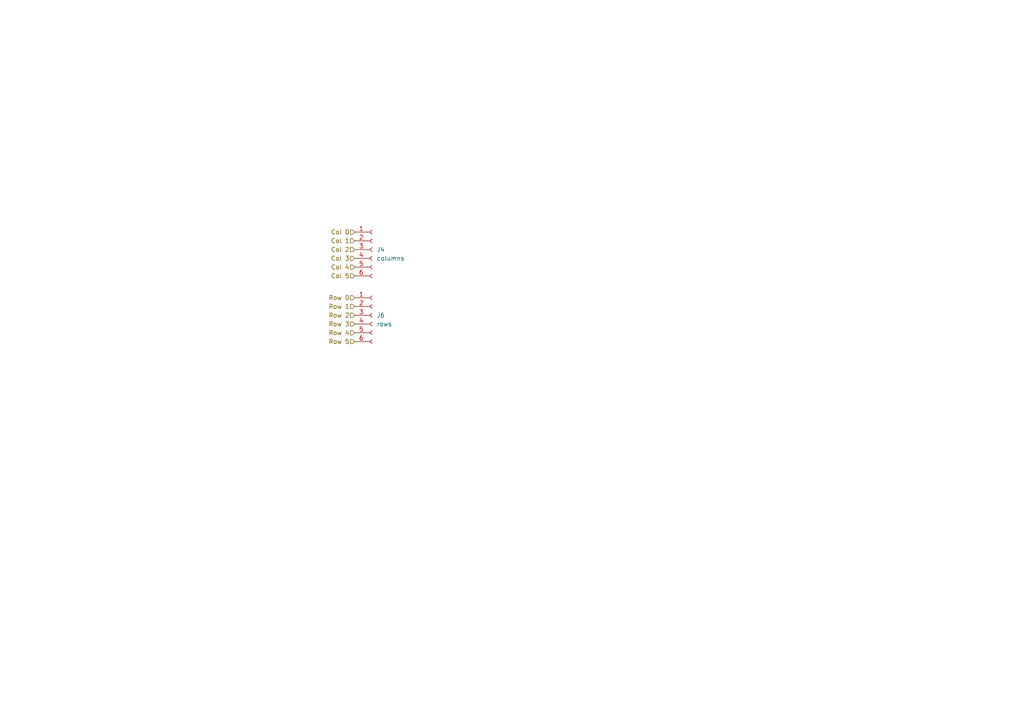
<source format=kicad_sch>
(kicad_sch (version 20250114) (generator "eeschema") (generator_version "9.0")
  (paper "A4")
  (lib_symbols
    (symbol "Connector:Conn_01x06_Socket" (pin_names (offset 1.016) (hide yes))
      (property "Reference" "J" (at 0 7.62 0))
      (property "Value" "Conn_01x06_Socket" (at 0 -10.16 0))
      (symbol "Conn_01x06_Socket_1_1"
        (polyline (pts (xy -1.27 5.08) (xy -0.508 5.08)) (stroke (width 0.1524)))
        (polyline (pts (xy -1.27 2.54) (xy -0.508 2.54)) (stroke (width 0.1524)))
        (polyline (pts (xy -1.27 0) (xy -0.508 0)) (stroke (width 0.1524)))
        (polyline (pts (xy -1.27 -2.54) (xy -0.508 -2.54)) (stroke (width 0.1524)))
        (polyline (pts (xy -1.27 -5.08) (xy -0.508 -5.08)) (stroke (width 0.1524)))
        (polyline (pts (xy -1.27 -7.62) (xy -0.508 -7.62)) (stroke (width 0.1524)))
        (arc (start 0 4.572) (mid -0.5058 5.08) (end 0 5.588) (stroke (width 0.1524)))
        (arc (start 0 2.032) (mid -0.5058 2.54) (end 0 3.048) (stroke (width 0.1524)))
        (arc (start 0 -0.508) (mid -0.5058 0) (end 0 0.508) (stroke (width 0.1524)))
        (arc (start 0 -3.048) (mid -0.5058 -2.54) (end 0 -2.032) (stroke (width 0.1524)))
        (arc (start 0 -5.588) (mid -0.5058 -5.08) (end 0 -4.572) (stroke (width 0.1524)))
        (arc (start 0 -8.128) (mid -0.5058 -7.62) (end 0 -7.112) (stroke (width 0.1524)))
        (pin passive line (at -5.08 5.08 0) (length 3.81) (name "Pin_1") (number "1"))
        (pin passive line (at -5.08 2.54 0) (length 3.81) (name "Pin_2") (number "2"))
        (pin passive line (at -5.08 0 0) (length 3.81) (name "Pin_3") (number "3"))
        (pin passive line (at -5.08 -2.54 0) (length 3.81) (name "Pin_4") (number "4"))
        (pin passive line (at -5.08 -5.08 0) (length 3.81) (name "Pin_5") (number "5"))
        (pin passive line (at -5.08 -7.62 0) (length 3.81) (name "Pin_6") (number "6"))
      )
    )
  )
  (hierarchical_label "Col 0" (shape input) (at 102.87 67.31 180))
  (hierarchical_label "Row 1" (shape input) (at 102.87 88.9 180))
  (hierarchical_label "Col 2" (shape input) (at 102.87 72.39 180))
  (hierarchical_label "Col 3" (shape input) (at 102.87 74.93 180))
  (hierarchical_label "Row 3" (shape input) (at 102.87 93.98 180))
  (hierarchical_label "Col 1" (shape input) (at 102.87 69.85 180))
  (hierarchical_label "Row 4" (shape input) (at 102.87 96.52 180))
  (hierarchical_label "Row 5" (shape input) (at 102.87 99.06 180))
  (hierarchical_label "Col 5" (shape input) (at 102.87 80.01 180))
  (hierarchical_label "Row 2" (shape input) (at 102.87 91.44 180))
  (hierarchical_label "Col 4" (shape input) (at 102.87 77.47 180))
  (hierarchical_label "Row 0" (shape input) (at 102.87 86.36 180))
  (symbol (lib_id "Connector:Conn_01x06_Socket") (at 107.95 72.39 0) (unit 1)
    (property "Reference" "J4" (at 109.22 72.3899 0) (effects (justify left)))
    (property "Value" "columns" (at 109.22 74.9299 0) (effects (justify left)))
    (property "Footprint" "Connector_JST:JST_SH_SM06B-SRSS-TB_1x06-1MP_P1.00mm_Horizontal" (effects (hide yes)))
    (property "Description" "Generic connector, single row, 01x06, script generated" (effects (hide yes)))
  )
  (symbol (lib_id "Connector:Conn_01x06_Socket") (at 107.95 91.44 0) (unit 1)
    (property "Reference" "J6" (at 109.22 91.4399 0) (effects (justify left)))
    (property "Value" "rows" (at 109.22 93.9799 0) (effects (justify left)))
    (property "Footprint" "Connector_JST:JST_SH_SM05B-SRSS-TB_1x05-1MP_P1.00mm_Horizontal" (effects (hide yes)))
    (property "Description" "Generic connector, single row, 01x06, script generated" (effects (hide yes)))
  )
)
</source>
